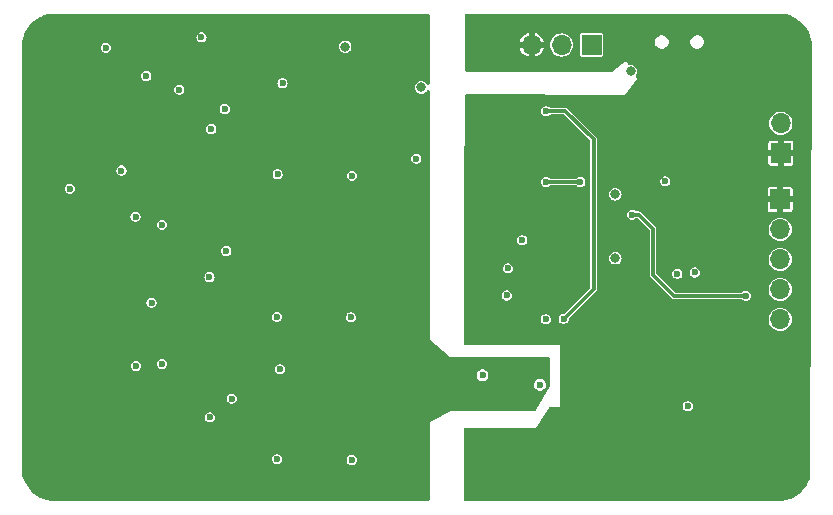
<source format=gbr>
%TF.GenerationSoftware,KiCad,Pcbnew,8.0.9-8.0.9-0~ubuntu24.04.1*%
%TF.CreationDate,2025-08-06T19:27:29-03:00*%
%TF.ProjectId,eeg,6565672e-6b69-4636-9164-5f7063625858,rev?*%
%TF.SameCoordinates,Original*%
%TF.FileFunction,Copper,L3,Inr*%
%TF.FilePolarity,Positive*%
%FSLAX46Y46*%
G04 Gerber Fmt 4.6, Leading zero omitted, Abs format (unit mm)*
G04 Created by KiCad (PCBNEW 8.0.9-8.0.9-0~ubuntu24.04.1) date 2025-08-06 19:27:30*
%MOMM*%
%LPD*%
G01*
G04 APERTURE LIST*
%TA.AperFunction,ComponentPad*%
%ADD10C,3.800000*%
%TD*%
%TA.AperFunction,ComponentPad*%
%ADD11R,1.700000X1.700000*%
%TD*%
%TA.AperFunction,ComponentPad*%
%ADD12O,1.700000X1.700000*%
%TD*%
%TA.AperFunction,ViaPad*%
%ADD13C,0.600000*%
%TD*%
%TA.AperFunction,ViaPad*%
%ADD14C,0.800000*%
%TD*%
%TA.AperFunction,Conductor*%
%ADD15C,0.300000*%
%TD*%
G04 APERTURE END LIST*
D10*
%TO.N,GND*%
%TO.C,H3*%
X207080000Y-55560000D03*
%TD*%
D11*
%TO.N,MCU_RX*%
%TO.C,J4*%
X191250000Y-55400000D03*
D12*
%TO.N,MCU_TX*%
X188710000Y-55400000D03*
%TO.N,GND*%
X186170000Y-55400000D03*
%TD*%
D10*
%TO.N,GNDA*%
%TO.C,H1*%
X145810000Y-55560000D03*
%TD*%
D11*
%TO.N,GND*%
%TO.C,J1*%
X207270000Y-64560000D03*
D12*
%TO.N,VIN_SWT*%
X207270000Y-62020000D03*
%TD*%
D11*
%TO.N,GND*%
%TO.C,J2*%
X207210000Y-68465000D03*
D12*
%TO.N,SWCLK*%
X207210000Y-71005000D03*
%TO.N,SWDIO*%
X207210000Y-73545000D03*
%TO.N,SWO*%
X207210000Y-76085000D03*
%TO.N,VDD33*%
X207210000Y-78625000D03*
%TD*%
D10*
%TO.N,GNDA*%
%TO.C,H2*%
X145796000Y-91186000D03*
%TD*%
%TO.N,GND*%
%TO.C,H4*%
X207080000Y-91186000D03*
%TD*%
D13*
%TO.N,GND*%
X209000000Y-89000000D03*
X209000000Y-87500000D03*
X209000000Y-86000000D03*
X209000000Y-84500000D03*
X209000000Y-83000000D03*
X209000000Y-81500000D03*
X209000000Y-80000000D03*
X209000000Y-78500000D03*
X209000000Y-77000000D03*
X209000000Y-75500000D03*
X209000000Y-74000000D03*
X209000000Y-72500000D03*
X209000000Y-71000000D03*
X209000000Y-69500000D03*
X209000000Y-68000000D03*
X209000000Y-66500000D03*
X209000000Y-65000000D03*
X209000000Y-63500000D03*
X209000000Y-62000000D03*
X209000000Y-60500000D03*
X209000000Y-59000000D03*
X209000000Y-57500000D03*
X207500000Y-87500000D03*
X207500000Y-86000000D03*
X207500000Y-80000000D03*
X207500000Y-66500000D03*
X207500000Y-59000000D03*
X206000000Y-87500000D03*
X206000000Y-86000000D03*
X206000000Y-80000000D03*
X206000000Y-72500000D03*
X206000000Y-66500000D03*
X204500000Y-92000000D03*
X204500000Y-90500000D03*
X204500000Y-89000000D03*
X204500000Y-87500000D03*
X204500000Y-86000000D03*
X204500000Y-80000000D03*
X204500000Y-74000000D03*
X204500000Y-72500000D03*
X204500000Y-69500000D03*
X204500000Y-68000000D03*
X204500000Y-66500000D03*
X204500000Y-65000000D03*
X204500000Y-63500000D03*
X204500000Y-62000000D03*
X204500000Y-60500000D03*
X204500000Y-57500000D03*
X204500000Y-56000000D03*
X204500000Y-54500000D03*
X203000000Y-92000000D03*
X203000000Y-90500000D03*
X203000000Y-89000000D03*
X203000000Y-87500000D03*
X203000000Y-86000000D03*
X203000000Y-80000000D03*
X203000000Y-72500000D03*
X203000000Y-71000000D03*
X203000000Y-68000000D03*
X203000000Y-66500000D03*
X203000000Y-65000000D03*
X203000000Y-62000000D03*
X203000000Y-60500000D03*
X203000000Y-57500000D03*
X201500000Y-92000000D03*
X201500000Y-90500000D03*
X201500000Y-89000000D03*
X201500000Y-87500000D03*
X201500000Y-68000000D03*
X201500000Y-66500000D03*
X201500000Y-65000000D03*
X201500000Y-62000000D03*
X201500000Y-60500000D03*
X200000000Y-92000000D03*
X200000000Y-68000000D03*
X200000000Y-66500000D03*
X200000000Y-65000000D03*
X200000000Y-62000000D03*
X200000000Y-60500000D03*
X200000000Y-57500000D03*
X198500000Y-92000000D03*
X198500000Y-69500000D03*
X198500000Y-65000000D03*
X198500000Y-62000000D03*
X198500000Y-60500000D03*
X198500000Y-54500000D03*
X197000000Y-92000000D03*
X197000000Y-90500000D03*
X197000000Y-89000000D03*
X197000000Y-86000000D03*
X197000000Y-84500000D03*
X197000000Y-83000000D03*
X197000000Y-81500000D03*
X197000000Y-80000000D03*
X197000000Y-78500000D03*
X197000000Y-69500000D03*
X197000000Y-62000000D03*
X197000000Y-60500000D03*
X195500000Y-86000000D03*
X195500000Y-84500000D03*
X195500000Y-81500000D03*
X195500000Y-80000000D03*
X195500000Y-78500000D03*
X195500000Y-77000000D03*
X195500000Y-68000000D03*
X195500000Y-66500000D03*
X194000000Y-86000000D03*
X194000000Y-84500000D03*
X194000000Y-81500000D03*
X194000000Y-80000000D03*
X194000000Y-78500000D03*
X194000000Y-77000000D03*
X194000000Y-75500000D03*
X194000000Y-62000000D03*
X194000000Y-60500000D03*
X194000000Y-55540000D03*
X194000000Y-54040000D03*
X192500000Y-86000000D03*
X192500000Y-84500000D03*
X192500000Y-80000000D03*
X192500000Y-78500000D03*
X192500000Y-77000000D03*
X192500000Y-75500000D03*
X192500000Y-62000000D03*
X192500000Y-60500000D03*
X192500000Y-57040000D03*
X191000000Y-86000000D03*
X191000000Y-81500000D03*
X191000000Y-80000000D03*
X191000000Y-78500000D03*
X191000000Y-60500000D03*
X189500000Y-92000000D03*
X189500000Y-90500000D03*
X189500000Y-89000000D03*
X189500000Y-83000000D03*
X189500000Y-81500000D03*
X189500000Y-80000000D03*
X189500000Y-74000000D03*
X189500000Y-57040000D03*
X188000000Y-92000000D03*
X188000000Y-75500000D03*
X188000000Y-74000000D03*
X186500000Y-92000000D03*
X186500000Y-90500000D03*
X186500000Y-89000000D03*
X186500000Y-65000000D03*
X186500000Y-63500000D03*
X186500000Y-57040000D03*
X185000000Y-92000000D03*
X185000000Y-90500000D03*
X185000000Y-89000000D03*
X185000000Y-63500000D03*
X185000000Y-57040000D03*
X183500000Y-92000000D03*
X183500000Y-90500000D03*
X183500000Y-89000000D03*
X183500000Y-63500000D03*
X183500000Y-62000000D03*
X183500000Y-60500000D03*
X183500000Y-57040000D03*
X183500000Y-55540000D03*
X183500000Y-54040000D03*
X182000000Y-92000000D03*
X182000000Y-75500000D03*
X182000000Y-74000000D03*
X182000000Y-72500000D03*
X182000000Y-71000000D03*
X182000000Y-69500000D03*
X182000000Y-68000000D03*
X182000000Y-63500000D03*
X182000000Y-57040000D03*
X182000000Y-55540000D03*
X182000000Y-54040000D03*
%TO.N,VDD33*%
X197490000Y-66950000D03*
X185380000Y-71930000D03*
%TO.N,SWO*%
X194680000Y-69760000D03*
X204300000Y-76640000D03*
%TO.N,VDD33*%
X199380000Y-85980000D03*
D14*
X193260000Y-73450000D03*
X193250000Y-68040000D03*
D13*
%TO.N,GND*%
X195060000Y-83270000D03*
D14*
X181230000Y-89310000D03*
D13*
%TO.N,RESET*%
X187400000Y-61005000D03*
X188881000Y-78581000D03*
%TO.N,BOOT*%
X190290000Y-67000000D03*
X187390000Y-67000000D03*
%TO.N,VREF*%
X154860000Y-70610000D03*
X158210000Y-54760000D03*
X151440000Y-66030000D03*
X165080000Y-58640000D03*
X153990000Y-77220000D03*
X156337000Y-59182000D03*
X150114000Y-55626000D03*
X164620000Y-90470000D03*
X154880000Y-82410000D03*
X147066000Y-67564000D03*
X186875331Y-84175331D03*
X164660000Y-66350000D03*
X164610000Y-78410000D03*
X164860000Y-82850000D03*
%TO.N,VDDA33*%
X159040000Y-62520000D03*
X160180000Y-60830000D03*
X160320000Y-72840000D03*
X158890000Y-75050000D03*
X182010000Y-83350000D03*
X170930000Y-90530000D03*
X152630000Y-69930000D03*
D14*
X170380000Y-55540000D03*
D13*
X152660000Y-82570000D03*
X170960000Y-66470000D03*
X160770000Y-85340000D03*
X153540000Y-58020000D03*
X170860000Y-78460000D03*
X158910000Y-86930000D03*
%TO.N,VDD33*%
X187360000Y-78630000D03*
X184150000Y-74320000D03*
X184060000Y-76610000D03*
D14*
%TO.N,VIN_BAT*%
X176830000Y-59000000D03*
X194560000Y-57600000D03*
D13*
X176403000Y-65024000D03*
%TO.N,GNDA*%
X150020000Y-81440000D03*
X168530000Y-63150000D03*
X165800000Y-81600000D03*
X175420000Y-53500000D03*
X158380000Y-76650000D03*
X170340000Y-53500000D03*
X152560000Y-53500000D03*
X160180000Y-53500000D03*
X167800000Y-53500000D03*
X168270000Y-75210000D03*
X175700000Y-82800000D03*
X153280000Y-73590000D03*
X150020000Y-89060000D03*
X172880000Y-58580000D03*
X150020000Y-53500000D03*
X172880000Y-53500000D03*
X175420000Y-76360000D03*
X165860000Y-61740000D03*
X181910000Y-82240000D03*
X165660000Y-79060000D03*
X167800000Y-61120000D03*
X152560000Y-91600000D03*
X162720000Y-53500000D03*
X175420000Y-71280000D03*
X165710000Y-67300000D03*
X169300000Y-79300000D03*
X150020000Y-68740000D03*
X164620000Y-74225000D03*
X155360000Y-89570000D03*
X175420000Y-73820000D03*
X173780000Y-90060000D03*
X175420000Y-78900000D03*
X160020000Y-56250000D03*
D14*
X176670000Y-89320000D03*
D13*
X175420000Y-91600000D03*
X150020000Y-78900000D03*
X165350000Y-89890000D03*
X175420000Y-68740000D03*
X162720000Y-86520000D03*
X177960000Y-81440000D03*
X172880000Y-91600000D03*
X150020000Y-91600000D03*
X168460000Y-87260000D03*
X165880000Y-69500000D03*
X158330000Y-64640000D03*
X165260000Y-53500000D03*
X177960000Y-86520000D03*
X158410000Y-88420000D03*
%TO.N,VCAP*%
X198500000Y-74770000D03*
X199972000Y-74660000D03*
%TO.N,GNDA*%
X174000000Y-88000000D03*
X172000000Y-70000000D03*
X172000000Y-68000000D03*
X170000000Y-92000000D03*
X170000000Y-82000000D03*
X170000000Y-70000000D03*
X170000000Y-68000000D03*
X170000000Y-58000000D03*
X166000000Y-86000000D03*
X166000000Y-66000000D03*
X164000000Y-86000000D03*
X162000000Y-74000000D03*
X158000000Y-80000000D03*
X158000000Y-68000000D03*
X156000000Y-80000000D03*
X156000000Y-78000000D03*
X156000000Y-68000000D03*
X156000000Y-66000000D03*
X152000000Y-90000000D03*
X152000000Y-68000000D03*
X150000000Y-70000000D03*
X148000000Y-88000000D03*
X148000000Y-82000000D03*
X148000000Y-80000000D03*
X148000000Y-78000000D03*
X148000000Y-76000000D03*
X148000000Y-70000000D03*
X148000000Y-66000000D03*
X148000000Y-64000000D03*
X148000000Y-58000000D03*
X148000000Y-54000000D03*
%TO.N,GND*%
X206000000Y-84000000D03*
X206000000Y-82000000D03*
X206000000Y-70000000D03*
X204000000Y-84000000D03*
X204000000Y-82000000D03*
X200000000Y-54000000D03*
X196000000Y-54000000D03*
X192000000Y-54000000D03*
X190000000Y-76000000D03*
X190000000Y-64000000D03*
X190000000Y-54000000D03*
X188000000Y-54000000D03*
X186000000Y-54000000D03*
X182140000Y-88510000D03*
%TD*%
D15*
%TO.N,SWO*%
X194680000Y-69760000D02*
X195260000Y-69760000D01*
X195260000Y-69760000D02*
X196440000Y-70940000D01*
X196440000Y-70940000D02*
X196440000Y-74840000D01*
X196440000Y-74840000D02*
X198240000Y-76640000D01*
X198240000Y-76640000D02*
X204300000Y-76640000D01*
%TO.N,RESET*%
X189035000Y-61005000D02*
X187400000Y-61005000D01*
X191410000Y-63380000D02*
X189035000Y-61005000D01*
X191410000Y-76052000D02*
X191410000Y-63380000D01*
X188881000Y-78581000D02*
X191410000Y-76052000D01*
%TO.N,BOOT*%
X190290000Y-67000000D02*
X187390000Y-67000000D01*
%TD*%
%TA.AperFunction,Conductor*%
%TO.N,GNDA*%
G36*
X177370000Y-86350000D02*
G01*
X179300524Y-86352105D01*
X177521249Y-87284106D01*
X177521249Y-87284107D01*
X177300000Y-87400000D01*
X177300000Y-86300000D01*
X177370667Y-86300000D01*
X177370000Y-86350000D01*
G37*
%TD.AperFunction*%
%TD*%
%TA.AperFunction,Conductor*%
%TO.N,GND*%
G36*
X207083471Y-52740695D02*
G01*
X207125848Y-52743074D01*
X207388738Y-52757837D01*
X207402541Y-52759393D01*
X207700530Y-52810024D01*
X207714087Y-52813118D01*
X208004533Y-52896794D01*
X208017657Y-52901387D01*
X208296899Y-53017052D01*
X208309421Y-53023081D01*
X208512943Y-53135564D01*
X208573968Y-53169292D01*
X208585742Y-53176690D01*
X208832248Y-53351595D01*
X208843120Y-53360265D01*
X209068495Y-53561671D01*
X209078328Y-53571504D01*
X209279734Y-53796879D01*
X209288404Y-53807751D01*
X209463309Y-54054257D01*
X209470707Y-54066031D01*
X209616914Y-54330571D01*
X209622947Y-54343100D01*
X209738612Y-54622342D01*
X209743205Y-54635466D01*
X209826881Y-54925912D01*
X209829975Y-54939469D01*
X209867280Y-55159029D01*
X209869031Y-55180177D01*
X209757085Y-91996626D01*
X209752240Y-92030576D01*
X209729206Y-92110530D01*
X209724613Y-92123656D01*
X209608947Y-92402900D01*
X209602914Y-92415428D01*
X209456707Y-92679968D01*
X209449309Y-92691742D01*
X209274404Y-92938248D01*
X209265734Y-92949120D01*
X209064328Y-93174495D01*
X209054495Y-93184328D01*
X208829120Y-93385734D01*
X208818248Y-93394404D01*
X208571742Y-93569309D01*
X208559968Y-93576707D01*
X208295428Y-93722914D01*
X208282899Y-93728947D01*
X208003657Y-93844612D01*
X207990533Y-93849205D01*
X207700087Y-93932881D01*
X207686530Y-93935975D01*
X207388549Y-93986605D01*
X207374730Y-93988162D01*
X207069472Y-94005304D01*
X207062500Y-94005499D01*
X180545355Y-94001171D01*
X180478319Y-93981475D01*
X180432572Y-93928664D01*
X180421377Y-93876799D01*
X180439621Y-87911849D01*
X180459510Y-87844871D01*
X180512454Y-87799278D01*
X180563820Y-87788229D01*
X186520000Y-87798026D01*
X187435019Y-86372864D01*
X187613400Y-86095032D01*
X187666184Y-86049254D01*
X187717745Y-86038026D01*
X188600000Y-86038026D01*
X188600000Y-85980000D01*
X198948104Y-85980000D01*
X198965598Y-86101678D01*
X198965599Y-86101682D01*
X199016665Y-86213499D01*
X199016666Y-86213501D01*
X199097168Y-86306405D01*
X199200584Y-86372866D01*
X199318535Y-86407500D01*
X199441465Y-86407500D01*
X199559416Y-86372866D01*
X199662832Y-86306405D01*
X199743334Y-86213501D01*
X199794401Y-86101679D01*
X199811896Y-85980000D01*
X199794401Y-85858321D01*
X199794400Y-85858317D01*
X199743334Y-85746500D01*
X199743334Y-85746499D01*
X199662832Y-85653595D01*
X199559416Y-85587134D01*
X199441465Y-85552500D01*
X199318535Y-85552500D01*
X199200584Y-85587134D01*
X199200582Y-85587134D01*
X199200582Y-85587135D01*
X199097169Y-85653594D01*
X199016667Y-85746497D01*
X199016665Y-85746500D01*
X198965599Y-85858317D01*
X198965598Y-85858321D01*
X198948104Y-85980000D01*
X188600000Y-85980000D01*
X188600000Y-80767026D01*
X188599999Y-80767025D01*
X180544712Y-80776873D01*
X180477648Y-80757270D01*
X180431829Y-80704522D01*
X180420561Y-80652315D01*
X180425350Y-79588356D01*
X180429663Y-78630000D01*
X186928104Y-78630000D01*
X186945598Y-78751678D01*
X186945599Y-78751682D01*
X186996665Y-78863499D01*
X186996666Y-78863501D01*
X187077168Y-78956405D01*
X187180584Y-79022866D01*
X187298535Y-79057500D01*
X187421465Y-79057500D01*
X187539416Y-79022866D01*
X187642832Y-78956405D01*
X187723334Y-78863501D01*
X187774401Y-78751679D01*
X187791896Y-78630000D01*
X187774401Y-78508321D01*
X187774400Y-78508317D01*
X187723334Y-78396500D01*
X187723334Y-78396499D01*
X187642832Y-78303595D01*
X187539416Y-78237134D01*
X187421465Y-78202500D01*
X187298535Y-78202500D01*
X187180584Y-78237134D01*
X187180582Y-78237134D01*
X187180582Y-78237135D01*
X187077169Y-78303594D01*
X186996667Y-78396497D01*
X186996665Y-78396500D01*
X186945599Y-78508317D01*
X186945598Y-78508321D01*
X186928104Y-78630000D01*
X180429663Y-78630000D01*
X180438755Y-76610000D01*
X183628104Y-76610000D01*
X183645598Y-76731678D01*
X183645599Y-76731682D01*
X183679561Y-76806047D01*
X183696666Y-76843501D01*
X183777168Y-76936405D01*
X183880584Y-77002866D01*
X183998535Y-77037500D01*
X184121465Y-77037500D01*
X184239416Y-77002866D01*
X184342832Y-76936405D01*
X184423334Y-76843501D01*
X184474401Y-76731679D01*
X184491896Y-76610000D01*
X184474401Y-76488321D01*
X184474400Y-76488317D01*
X184437034Y-76406499D01*
X184423334Y-76376499D01*
X184342832Y-76283595D01*
X184239416Y-76217134D01*
X184121465Y-76182500D01*
X183998535Y-76182500D01*
X183880584Y-76217134D01*
X183880582Y-76217134D01*
X183880582Y-76217135D01*
X183777169Y-76283594D01*
X183696667Y-76376497D01*
X183696665Y-76376500D01*
X183645599Y-76488317D01*
X183645598Y-76488321D01*
X183628104Y-76610000D01*
X180438755Y-76610000D01*
X180449062Y-74320000D01*
X183718104Y-74320000D01*
X183735598Y-74441678D01*
X183735599Y-74441682D01*
X183786665Y-74553499D01*
X183786666Y-74553501D01*
X183867168Y-74646405D01*
X183970584Y-74712866D01*
X184088535Y-74747500D01*
X184211465Y-74747500D01*
X184329416Y-74712866D01*
X184432832Y-74646405D01*
X184513334Y-74553501D01*
X184563526Y-74443595D01*
X184564400Y-74441682D01*
X184564401Y-74441678D01*
X184566583Y-74426500D01*
X184581896Y-74320000D01*
X184564401Y-74198321D01*
X184564400Y-74198317D01*
X184515252Y-74090699D01*
X184513334Y-74086499D01*
X184432832Y-73993595D01*
X184329416Y-73927134D01*
X184211465Y-73892500D01*
X184088535Y-73892500D01*
X183970584Y-73927134D01*
X183970582Y-73927134D01*
X183970582Y-73927135D01*
X183867169Y-73993594D01*
X183786667Y-74086497D01*
X183786665Y-74086500D01*
X183735599Y-74198317D01*
X183735598Y-74198321D01*
X183718104Y-74320000D01*
X180449062Y-74320000D01*
X180459819Y-71930000D01*
X184948104Y-71930000D01*
X184965598Y-72051678D01*
X184965599Y-72051682D01*
X185016665Y-72163499D01*
X185016666Y-72163501D01*
X185097168Y-72256405D01*
X185200584Y-72322866D01*
X185318535Y-72357500D01*
X185441465Y-72357500D01*
X185559416Y-72322866D01*
X185662832Y-72256405D01*
X185743334Y-72163501D01*
X185794401Y-72051679D01*
X185811896Y-71930000D01*
X185794401Y-71808321D01*
X185794400Y-71808317D01*
X185743334Y-71696500D01*
X185743334Y-71696499D01*
X185662832Y-71603595D01*
X185559416Y-71537134D01*
X185441465Y-71502500D01*
X185318535Y-71502500D01*
X185200584Y-71537134D01*
X185200582Y-71537134D01*
X185200582Y-71537135D01*
X185097169Y-71603594D01*
X185016667Y-71696497D01*
X185016665Y-71696500D01*
X184965599Y-71808317D01*
X184965598Y-71808321D01*
X184948104Y-71930000D01*
X180459819Y-71930000D01*
X180482008Y-67000000D01*
X186958104Y-67000000D01*
X186975598Y-67121678D01*
X186975599Y-67121682D01*
X187003832Y-67183502D01*
X187026666Y-67233501D01*
X187107168Y-67326405D01*
X187210584Y-67392866D01*
X187328535Y-67427500D01*
X187451465Y-67427500D01*
X187569416Y-67392866D01*
X187672832Y-67326405D01*
X187678126Y-67320296D01*
X187736904Y-67282523D01*
X187771838Y-67277500D01*
X189908162Y-67277500D01*
X189975201Y-67297185D01*
X190001874Y-67320296D01*
X190007168Y-67326405D01*
X190110584Y-67392866D01*
X190228535Y-67427500D01*
X190351465Y-67427500D01*
X190469416Y-67392866D01*
X190572832Y-67326405D01*
X190653334Y-67233501D01*
X190704401Y-67121679D01*
X190721896Y-67000000D01*
X190704401Y-66878321D01*
X190704400Y-66878317D01*
X190653334Y-66766500D01*
X190653334Y-66766499D01*
X190572832Y-66673595D01*
X190469416Y-66607134D01*
X190351465Y-66572500D01*
X190228535Y-66572500D01*
X190110584Y-66607134D01*
X190110582Y-66607134D01*
X190110582Y-66607135D01*
X190007168Y-66673594D01*
X190007165Y-66673597D01*
X190001874Y-66679704D01*
X189943096Y-66717477D01*
X189908162Y-66722500D01*
X187771838Y-66722500D01*
X187704799Y-66702815D01*
X187678126Y-66679704D01*
X187672834Y-66673597D01*
X187672831Y-66673594D01*
X187595028Y-66623594D01*
X187569416Y-66607134D01*
X187451465Y-66572500D01*
X187328535Y-66572500D01*
X187210584Y-66607134D01*
X187210582Y-66607134D01*
X187210582Y-66607135D01*
X187107169Y-66673594D01*
X187026667Y-66766497D01*
X187026665Y-66766500D01*
X186975599Y-66878317D01*
X186975598Y-66878321D01*
X186958104Y-67000000D01*
X180482008Y-67000000D01*
X180508990Y-61005000D01*
X186968104Y-61005000D01*
X186985598Y-61126678D01*
X186985599Y-61126682D01*
X187020591Y-61203302D01*
X187036666Y-61238501D01*
X187117168Y-61331405D01*
X187220584Y-61397866D01*
X187338535Y-61432500D01*
X187461465Y-61432500D01*
X187579416Y-61397866D01*
X187682832Y-61331405D01*
X187685858Y-61327911D01*
X187688126Y-61325296D01*
X187746904Y-61287523D01*
X187781838Y-61282500D01*
X188868693Y-61282500D01*
X188935732Y-61302185D01*
X188956374Y-61318819D01*
X191096181Y-63458625D01*
X191129666Y-63519948D01*
X191132500Y-63546306D01*
X191132500Y-75885693D01*
X191112815Y-75952732D01*
X191096181Y-75973374D01*
X188952374Y-78117181D01*
X188891051Y-78150666D01*
X188864693Y-78153500D01*
X188819535Y-78153500D01*
X188701584Y-78188134D01*
X188701582Y-78188134D01*
X188701582Y-78188135D01*
X188598169Y-78254594D01*
X188517667Y-78347497D01*
X188517665Y-78347500D01*
X188466599Y-78459317D01*
X188466598Y-78459321D01*
X188449104Y-78581000D01*
X188466598Y-78702678D01*
X188466599Y-78702682D01*
X188517665Y-78814499D01*
X188517666Y-78814501D01*
X188598168Y-78907405D01*
X188701584Y-78973866D01*
X188819535Y-79008500D01*
X188942465Y-79008500D01*
X189060416Y-78973866D01*
X189163832Y-78907405D01*
X189244334Y-78814501D01*
X189295401Y-78702679D01*
X189306570Y-78625000D01*
X206227770Y-78625000D01*
X206246643Y-78816626D01*
X206302538Y-79000884D01*
X206393302Y-79170692D01*
X206393306Y-79170699D01*
X206515458Y-79319541D01*
X206664300Y-79441693D01*
X206664307Y-79441697D01*
X206834115Y-79532461D01*
X206834117Y-79532462D01*
X207018376Y-79588357D01*
X207210000Y-79607230D01*
X207401624Y-79588357D01*
X207585883Y-79532462D01*
X207755698Y-79441694D01*
X207904541Y-79319541D01*
X208026694Y-79170698D01*
X208117462Y-79000883D01*
X208173357Y-78816624D01*
X208192230Y-78625000D01*
X208173357Y-78433376D01*
X208117462Y-78249117D01*
X208117461Y-78249115D01*
X208026697Y-78079307D01*
X208026693Y-78079300D01*
X207904541Y-77930458D01*
X207755699Y-77808306D01*
X207755692Y-77808302D01*
X207585884Y-77717538D01*
X207401626Y-77661643D01*
X207210000Y-77642770D01*
X207018373Y-77661643D01*
X206834115Y-77717538D01*
X206664307Y-77808302D01*
X206664300Y-77808306D01*
X206515458Y-77930458D01*
X206393306Y-78079300D01*
X206393302Y-78079307D01*
X206302538Y-78249115D01*
X206246643Y-78433373D01*
X206227770Y-78625000D01*
X189306570Y-78625000D01*
X189312896Y-78581000D01*
X189312895Y-78580998D01*
X189313647Y-78575773D01*
X189342672Y-78512218D01*
X189348690Y-78505753D01*
X191632056Y-76222389D01*
X191668589Y-76159111D01*
X191687500Y-76088534D01*
X191687500Y-76015466D01*
X191687500Y-73449998D01*
X192727948Y-73449998D01*
X192727948Y-73450001D01*
X192746076Y-73587703D01*
X192746078Y-73587708D01*
X192799227Y-73716023D01*
X192799228Y-73716025D01*
X192799229Y-73716026D01*
X192883782Y-73826218D01*
X192993974Y-73910771D01*
X192993975Y-73910771D01*
X192993976Y-73910772D01*
X193018389Y-73920884D01*
X193122295Y-73963923D01*
X193191147Y-73972987D01*
X193259999Y-73982052D01*
X193260000Y-73982052D01*
X193260001Y-73982052D01*
X193305901Y-73976009D01*
X193397705Y-73963923D01*
X193526026Y-73910771D01*
X193636218Y-73826218D01*
X193720771Y-73716026D01*
X193773923Y-73587705D01*
X193792052Y-73450000D01*
X193773923Y-73312295D01*
X193720771Y-73183974D01*
X193636218Y-73073782D01*
X193526026Y-72989229D01*
X193526025Y-72989228D01*
X193526023Y-72989227D01*
X193397708Y-72936078D01*
X193397703Y-72936076D01*
X193260001Y-72917948D01*
X193259999Y-72917948D01*
X193122296Y-72936076D01*
X193122291Y-72936078D01*
X192993976Y-72989227D01*
X192883782Y-73073782D01*
X192799227Y-73183976D01*
X192746078Y-73312291D01*
X192746076Y-73312296D01*
X192727948Y-73449998D01*
X191687500Y-73449998D01*
X191687500Y-69760000D01*
X194248104Y-69760000D01*
X194265598Y-69881678D01*
X194265599Y-69881682D01*
X194316665Y-69993499D01*
X194316666Y-69993501D01*
X194397168Y-70086405D01*
X194500584Y-70152866D01*
X194618535Y-70187500D01*
X194741465Y-70187500D01*
X194859416Y-70152866D01*
X194962832Y-70086405D01*
X194968126Y-70080296D01*
X195026904Y-70042523D01*
X195061838Y-70037500D01*
X195093693Y-70037500D01*
X195160732Y-70057185D01*
X195181374Y-70073819D01*
X196126181Y-71018626D01*
X196159666Y-71079949D01*
X196162500Y-71106307D01*
X196162500Y-74795853D01*
X196162499Y-74795871D01*
X196162499Y-74876536D01*
X196181408Y-74947104D01*
X196181411Y-74947111D01*
X196217943Y-75010388D01*
X196217945Y-75010390D01*
X198013603Y-76806047D01*
X198013613Y-76806058D01*
X198017943Y-76810388D01*
X198017944Y-76810389D01*
X198069611Y-76862056D01*
X198132889Y-76898589D01*
X198203466Y-76917500D01*
X203918162Y-76917500D01*
X203985201Y-76937185D01*
X204011874Y-76960296D01*
X204017168Y-76966405D01*
X204120584Y-77032866D01*
X204238535Y-77067500D01*
X204361465Y-77067500D01*
X204479416Y-77032866D01*
X204582832Y-76966405D01*
X204663334Y-76873501D01*
X204714401Y-76761679D01*
X204731896Y-76640000D01*
X204714401Y-76518321D01*
X204714400Y-76518317D01*
X204663334Y-76406500D01*
X204663334Y-76406499D01*
X204582832Y-76313595D01*
X204479416Y-76247134D01*
X204361465Y-76212500D01*
X204238535Y-76212500D01*
X204120584Y-76247134D01*
X204120582Y-76247134D01*
X204120582Y-76247135D01*
X204017168Y-76313594D01*
X204017165Y-76313597D01*
X204011874Y-76319704D01*
X203953096Y-76357477D01*
X203918162Y-76362500D01*
X198406306Y-76362500D01*
X198339267Y-76342815D01*
X198318625Y-76326181D01*
X198077444Y-76085000D01*
X206227770Y-76085000D01*
X206246643Y-76276626D01*
X206302538Y-76460884D01*
X206393302Y-76630692D01*
X206393306Y-76630699D01*
X206515458Y-76779541D01*
X206664300Y-76901693D01*
X206664307Y-76901697D01*
X206785362Y-76966402D01*
X206834117Y-76992462D01*
X207018376Y-77048357D01*
X207210000Y-77067230D01*
X207401624Y-77048357D01*
X207585883Y-76992462D01*
X207755698Y-76901694D01*
X207904541Y-76779541D01*
X208026694Y-76630698D01*
X208117462Y-76460883D01*
X208173357Y-76276624D01*
X208192230Y-76085000D01*
X208173357Y-75893376D01*
X208117462Y-75709117D01*
X208026694Y-75539302D01*
X208026693Y-75539300D01*
X207904541Y-75390458D01*
X207755699Y-75268306D01*
X207755692Y-75268302D01*
X207585884Y-75177538D01*
X207401626Y-75121643D01*
X207210000Y-75102770D01*
X207018373Y-75121643D01*
X206834115Y-75177538D01*
X206664307Y-75268302D01*
X206664300Y-75268306D01*
X206515458Y-75390458D01*
X206393306Y-75539300D01*
X206393302Y-75539307D01*
X206302538Y-75709115D01*
X206246643Y-75893373D01*
X206227770Y-76085000D01*
X198077444Y-76085000D01*
X196762445Y-74770000D01*
X198068104Y-74770000D01*
X198085598Y-74891678D01*
X198085599Y-74891682D01*
X198136665Y-75003499D01*
X198136666Y-75003501D01*
X198217168Y-75096405D01*
X198320584Y-75162866D01*
X198438535Y-75197500D01*
X198561465Y-75197500D01*
X198679416Y-75162866D01*
X198782832Y-75096405D01*
X198863334Y-75003501D01*
X198899676Y-74923922D01*
X198914400Y-74891682D01*
X198914401Y-74891678D01*
X198916578Y-74876536D01*
X198931896Y-74770000D01*
X198916080Y-74660000D01*
X199540104Y-74660000D01*
X199557598Y-74781678D01*
X199557599Y-74781682D01*
X199600917Y-74876534D01*
X199608666Y-74893501D01*
X199689168Y-74986405D01*
X199792584Y-75052866D01*
X199910535Y-75087500D01*
X200033465Y-75087500D01*
X200151416Y-75052866D01*
X200254832Y-74986405D01*
X200335334Y-74893501D01*
X200386401Y-74781679D01*
X200403896Y-74660000D01*
X200386401Y-74538321D01*
X200386400Y-74538317D01*
X200335334Y-74426500D01*
X200335334Y-74426499D01*
X200254832Y-74333595D01*
X200151416Y-74267134D01*
X200033465Y-74232500D01*
X199910535Y-74232500D01*
X199792584Y-74267134D01*
X199792582Y-74267134D01*
X199792582Y-74267135D01*
X199689169Y-74333594D01*
X199608667Y-74426497D01*
X199608665Y-74426500D01*
X199557599Y-74538317D01*
X199557598Y-74538321D01*
X199540104Y-74660000D01*
X198916080Y-74660000D01*
X198914401Y-74648321D01*
X198914400Y-74648317D01*
X198871098Y-74553501D01*
X198863334Y-74536499D01*
X198782832Y-74443595D01*
X198679416Y-74377134D01*
X198561465Y-74342500D01*
X198438535Y-74342500D01*
X198320584Y-74377134D01*
X198320582Y-74377134D01*
X198320582Y-74377135D01*
X198217169Y-74443594D01*
X198136667Y-74536497D01*
X198136665Y-74536500D01*
X198085599Y-74648317D01*
X198085598Y-74648321D01*
X198068104Y-74770000D01*
X196762445Y-74770000D01*
X196753819Y-74761374D01*
X196720334Y-74700051D01*
X196717500Y-74673693D01*
X196717500Y-73545000D01*
X206227770Y-73545000D01*
X206246643Y-73736626D01*
X206302538Y-73920884D01*
X206393302Y-74090692D01*
X206393306Y-74090699D01*
X206515458Y-74239541D01*
X206664300Y-74361693D01*
X206664307Y-74361697D01*
X206813943Y-74441679D01*
X206834117Y-74452462D01*
X207018376Y-74508357D01*
X207210000Y-74527230D01*
X207401624Y-74508357D01*
X207585883Y-74452462D01*
X207755698Y-74361694D01*
X207904541Y-74239541D01*
X208026694Y-74090698D01*
X208117462Y-73920883D01*
X208173357Y-73736624D01*
X208192230Y-73545000D01*
X208173357Y-73353376D01*
X208117462Y-73169117D01*
X208117461Y-73169115D01*
X208026697Y-72999307D01*
X208026693Y-72999300D01*
X207904541Y-72850458D01*
X207755699Y-72728306D01*
X207755692Y-72728302D01*
X207585884Y-72637538D01*
X207401626Y-72581643D01*
X207210000Y-72562770D01*
X207018373Y-72581643D01*
X206834115Y-72637538D01*
X206664307Y-72728302D01*
X206664300Y-72728306D01*
X206515458Y-72850458D01*
X206393306Y-72999300D01*
X206393302Y-72999307D01*
X206302538Y-73169115D01*
X206246643Y-73353373D01*
X206227770Y-73545000D01*
X196717500Y-73545000D01*
X196717500Y-71005000D01*
X206227770Y-71005000D01*
X206246643Y-71196626D01*
X206302538Y-71380884D01*
X206393302Y-71550692D01*
X206393306Y-71550699D01*
X206515458Y-71699541D01*
X206664300Y-71821693D01*
X206664307Y-71821697D01*
X206834115Y-71912461D01*
X206834117Y-71912462D01*
X207018376Y-71968357D01*
X207210000Y-71987230D01*
X207401624Y-71968357D01*
X207585883Y-71912462D01*
X207755698Y-71821694D01*
X207904541Y-71699541D01*
X208026694Y-71550698D01*
X208117462Y-71380883D01*
X208173357Y-71196624D01*
X208192230Y-71005000D01*
X208173357Y-70813376D01*
X208117462Y-70629117D01*
X208026694Y-70459302D01*
X208026693Y-70459300D01*
X207904541Y-70310458D01*
X207755699Y-70188306D01*
X207755692Y-70188302D01*
X207585884Y-70097538D01*
X207401626Y-70041643D01*
X207210000Y-70022770D01*
X207018373Y-70041643D01*
X206834115Y-70097538D01*
X206664307Y-70188302D01*
X206664300Y-70188306D01*
X206515458Y-70310458D01*
X206393306Y-70459300D01*
X206393302Y-70459307D01*
X206302538Y-70629115D01*
X206246643Y-70813373D01*
X206227770Y-71005000D01*
X196717500Y-71005000D01*
X196717500Y-70986536D01*
X196717501Y-70986523D01*
X196717501Y-70903467D01*
X196717500Y-70903463D01*
X196698591Y-70832895D01*
X196698589Y-70832892D01*
X196698589Y-70832889D01*
X196662056Y-70769611D01*
X195430389Y-69537944D01*
X195430388Y-69537943D01*
X195367111Y-69501411D01*
X195367104Y-69501408D01*
X195296536Y-69482499D01*
X195296534Y-69482499D01*
X195223466Y-69482499D01*
X195215870Y-69482499D01*
X195215854Y-69482500D01*
X195061838Y-69482500D01*
X194994799Y-69462815D01*
X194968126Y-69439704D01*
X194962834Y-69433597D01*
X194962831Y-69433594D01*
X194899716Y-69393033D01*
X194859416Y-69367134D01*
X194741465Y-69332500D01*
X194618535Y-69332500D01*
X194500584Y-69367134D01*
X194500582Y-69367134D01*
X194500582Y-69367135D01*
X194397169Y-69433594D01*
X194316667Y-69526497D01*
X194316665Y-69526500D01*
X194265599Y-69638317D01*
X194265598Y-69638321D01*
X194248104Y-69760000D01*
X191687500Y-69760000D01*
X191687500Y-68039998D01*
X192717948Y-68039998D01*
X192717948Y-68040001D01*
X192736076Y-68177703D01*
X192736078Y-68177708D01*
X192789227Y-68306023D01*
X192789228Y-68306025D01*
X192789229Y-68306026D01*
X192873782Y-68416218D01*
X192983974Y-68500771D01*
X193112295Y-68553923D01*
X193181147Y-68562987D01*
X193249999Y-68572052D01*
X193250000Y-68572052D01*
X193250001Y-68572052D01*
X193295901Y-68566009D01*
X193387705Y-68553923D01*
X193516026Y-68500771D01*
X193626218Y-68416218D01*
X193710771Y-68306026D01*
X193763923Y-68177705D01*
X193782052Y-68040000D01*
X193763923Y-67902295D01*
X193710771Y-67773974D01*
X193626218Y-67663782D01*
X193536966Y-67595297D01*
X206160000Y-67595297D01*
X206160000Y-68215000D01*
X206776988Y-68215000D01*
X206744075Y-68272007D01*
X206710000Y-68399174D01*
X206710000Y-68530826D01*
X206744075Y-68657993D01*
X206776988Y-68715000D01*
X206160000Y-68715000D01*
X206160000Y-69334702D01*
X206171602Y-69393033D01*
X206171603Y-69393034D01*
X206215808Y-69459191D01*
X206281965Y-69503396D01*
X206281966Y-69503397D01*
X206340297Y-69514999D01*
X206340301Y-69515000D01*
X206960000Y-69515000D01*
X206960000Y-68898012D01*
X207017007Y-68930925D01*
X207144174Y-68965000D01*
X207275826Y-68965000D01*
X207402993Y-68930925D01*
X207460000Y-68898012D01*
X207460000Y-69515000D01*
X208079699Y-69515000D01*
X208079702Y-69514999D01*
X208138033Y-69503397D01*
X208138034Y-69503396D01*
X208204191Y-69459191D01*
X208248396Y-69393034D01*
X208248397Y-69393033D01*
X208259999Y-69334702D01*
X208260000Y-69334699D01*
X208260000Y-68715000D01*
X207643012Y-68715000D01*
X207675925Y-68657993D01*
X207710000Y-68530826D01*
X207710000Y-68399174D01*
X207675925Y-68272007D01*
X207643012Y-68215000D01*
X208260000Y-68215000D01*
X208260000Y-67595301D01*
X208259999Y-67595297D01*
X208248397Y-67536966D01*
X208248396Y-67536965D01*
X208204191Y-67470808D01*
X208138034Y-67426603D01*
X208138033Y-67426602D01*
X208079702Y-67415000D01*
X207460000Y-67415000D01*
X207460000Y-68031988D01*
X207402993Y-67999075D01*
X207275826Y-67965000D01*
X207144174Y-67965000D01*
X207017007Y-67999075D01*
X206960000Y-68031988D01*
X206960000Y-67415000D01*
X206340297Y-67415000D01*
X206281966Y-67426602D01*
X206281965Y-67426603D01*
X206215808Y-67470808D01*
X206171603Y-67536965D01*
X206171602Y-67536966D01*
X206160000Y-67595297D01*
X193536966Y-67595297D01*
X193516026Y-67579229D01*
X193516025Y-67579228D01*
X193516023Y-67579227D01*
X193387708Y-67526078D01*
X193387703Y-67526076D01*
X193250001Y-67507948D01*
X193249999Y-67507948D01*
X193112296Y-67526076D01*
X193112291Y-67526078D01*
X192983976Y-67579227D01*
X192873782Y-67663782D01*
X192789227Y-67773976D01*
X192736078Y-67902291D01*
X192736076Y-67902296D01*
X192717948Y-68039998D01*
X191687500Y-68039998D01*
X191687500Y-66950000D01*
X197058104Y-66950000D01*
X197075598Y-67071678D01*
X197075599Y-67071682D01*
X197098434Y-67121682D01*
X197126666Y-67183501D01*
X197207168Y-67276405D01*
X197310584Y-67342866D01*
X197428535Y-67377500D01*
X197551465Y-67377500D01*
X197669416Y-67342866D01*
X197772832Y-67276405D01*
X197853334Y-67183501D01*
X197904401Y-67071679D01*
X197921896Y-66950000D01*
X197904401Y-66828321D01*
X197904400Y-66828317D01*
X197871505Y-66756288D01*
X197853334Y-66716499D01*
X197772832Y-66623595D01*
X197669416Y-66557134D01*
X197551465Y-66522500D01*
X197428535Y-66522500D01*
X197310584Y-66557134D01*
X197310582Y-66557134D01*
X197310582Y-66557135D01*
X197207169Y-66623594D01*
X197126667Y-66716497D01*
X197126665Y-66716500D01*
X197075599Y-66828317D01*
X197075598Y-66828321D01*
X197058104Y-66950000D01*
X191687500Y-66950000D01*
X191687500Y-63690297D01*
X206220000Y-63690297D01*
X206220000Y-64310000D01*
X206836988Y-64310000D01*
X206804075Y-64367007D01*
X206770000Y-64494174D01*
X206770000Y-64625826D01*
X206804075Y-64752993D01*
X206836988Y-64810000D01*
X206220000Y-64810000D01*
X206220000Y-65429702D01*
X206231602Y-65488033D01*
X206231603Y-65488034D01*
X206275808Y-65554191D01*
X206341965Y-65598396D01*
X206341966Y-65598397D01*
X206400297Y-65609999D01*
X206400301Y-65610000D01*
X207020000Y-65610000D01*
X207020000Y-64993012D01*
X207077007Y-65025925D01*
X207204174Y-65060000D01*
X207335826Y-65060000D01*
X207462993Y-65025925D01*
X207520000Y-64993012D01*
X207520000Y-65610000D01*
X208139699Y-65610000D01*
X208139702Y-65609999D01*
X208198033Y-65598397D01*
X208198034Y-65598396D01*
X208264191Y-65554191D01*
X208308396Y-65488034D01*
X208308397Y-65488033D01*
X208319999Y-65429702D01*
X208320000Y-65429699D01*
X208320000Y-64810000D01*
X207703012Y-64810000D01*
X207735925Y-64752993D01*
X207770000Y-64625826D01*
X207770000Y-64494174D01*
X207735925Y-64367007D01*
X207703012Y-64310000D01*
X208320000Y-64310000D01*
X208320000Y-63690301D01*
X208319999Y-63690297D01*
X208308397Y-63631966D01*
X208308396Y-63631965D01*
X208264191Y-63565808D01*
X208198034Y-63521603D01*
X208198033Y-63521602D01*
X208139702Y-63510000D01*
X207520000Y-63510000D01*
X207520000Y-64126988D01*
X207462993Y-64094075D01*
X207335826Y-64060000D01*
X207204174Y-64060000D01*
X207077007Y-64094075D01*
X207020000Y-64126988D01*
X207020000Y-63510000D01*
X206400297Y-63510000D01*
X206341966Y-63521602D01*
X206341965Y-63521603D01*
X206275808Y-63565808D01*
X206231603Y-63631965D01*
X206231602Y-63631966D01*
X206220000Y-63690297D01*
X191687500Y-63690297D01*
X191687500Y-63343466D01*
X191668589Y-63272889D01*
X191632056Y-63209611D01*
X191580389Y-63157944D01*
X191580388Y-63157943D01*
X191576058Y-63153613D01*
X191576047Y-63153603D01*
X190442444Y-62020000D01*
X206287770Y-62020000D01*
X206306643Y-62211626D01*
X206362538Y-62395884D01*
X206453302Y-62565692D01*
X206453306Y-62565699D01*
X206575458Y-62714541D01*
X206724300Y-62836693D01*
X206724307Y-62836697D01*
X206894115Y-62927461D01*
X206894117Y-62927462D01*
X207078376Y-62983357D01*
X207270000Y-63002230D01*
X207461624Y-62983357D01*
X207645883Y-62927462D01*
X207815698Y-62836694D01*
X207964541Y-62714541D01*
X208086694Y-62565698D01*
X208177462Y-62395883D01*
X208233357Y-62211624D01*
X208252230Y-62020000D01*
X208233357Y-61828376D01*
X208177462Y-61644117D01*
X208086694Y-61474302D01*
X208086693Y-61474300D01*
X207964541Y-61325458D01*
X207815699Y-61203306D01*
X207815692Y-61203302D01*
X207645884Y-61112538D01*
X207461626Y-61056643D01*
X207270000Y-61037770D01*
X207078373Y-61056643D01*
X206894115Y-61112538D01*
X206724307Y-61203302D01*
X206724300Y-61203306D01*
X206575458Y-61325458D01*
X206453306Y-61474300D01*
X206453302Y-61474307D01*
X206362538Y-61644115D01*
X206306643Y-61828373D01*
X206287770Y-62020000D01*
X190442444Y-62020000D01*
X189205390Y-60782945D01*
X189205388Y-60782943D01*
X189142111Y-60746411D01*
X189142104Y-60746408D01*
X189071536Y-60727499D01*
X189071534Y-60727499D01*
X188998466Y-60727499D01*
X188990870Y-60727499D01*
X188990854Y-60727500D01*
X187781838Y-60727500D01*
X187714799Y-60707815D01*
X187688126Y-60684704D01*
X187682834Y-60678597D01*
X187682831Y-60678594D01*
X187631124Y-60645364D01*
X187579416Y-60612134D01*
X187461465Y-60577500D01*
X187338535Y-60577500D01*
X187220584Y-60612134D01*
X187220582Y-60612134D01*
X187220582Y-60612135D01*
X187117169Y-60678594D01*
X187036667Y-60771497D01*
X187036665Y-60771500D01*
X186985599Y-60883317D01*
X186985598Y-60883321D01*
X186968104Y-61005000D01*
X180508990Y-61005000D01*
X180514934Y-59684399D01*
X180534919Y-59617454D01*
X180587929Y-59571937D01*
X180639469Y-59560964D01*
X194070000Y-59620000D01*
X195110000Y-58270000D01*
X195109999Y-58269999D01*
X195110000Y-58269998D01*
X194976455Y-58056040D01*
X194957657Y-57988747D01*
X194978225Y-57921973D01*
X194983271Y-57914897D01*
X195020771Y-57866026D01*
X195073923Y-57737705D01*
X195092052Y-57600000D01*
X195073923Y-57462295D01*
X195020771Y-57333974D01*
X194936218Y-57223782D01*
X194826026Y-57139229D01*
X194826025Y-57139228D01*
X194826023Y-57139227D01*
X194697708Y-57086078D01*
X194697703Y-57086076D01*
X194560001Y-57067948D01*
X194559999Y-57067948D01*
X194500782Y-57075744D01*
X194454053Y-57081895D01*
X194385019Y-57071130D01*
X194332764Y-57024751D01*
X194180000Y-56780000D01*
X193073678Y-57643707D01*
X193008721Y-57669445D01*
X192997273Y-57669966D01*
X180648506Y-57660227D01*
X180581482Y-57640490D01*
X180535769Y-57587649D01*
X180524605Y-57535669D01*
X180524936Y-57462296D01*
X180535343Y-55150000D01*
X185148590Y-55150000D01*
X185736988Y-55150000D01*
X185704075Y-55207007D01*
X185670000Y-55334174D01*
X185670000Y-55465826D01*
X185704075Y-55592993D01*
X185736988Y-55650000D01*
X185148590Y-55650000D01*
X185195233Y-55803766D01*
X185292728Y-55986166D01*
X185292732Y-55986173D01*
X185423944Y-56146055D01*
X185583826Y-56277267D01*
X185583833Y-56277271D01*
X185766233Y-56374766D01*
X185920000Y-56421410D01*
X185920000Y-55833012D01*
X185977007Y-55865925D01*
X186104174Y-55900000D01*
X186235826Y-55900000D01*
X186362993Y-55865925D01*
X186420000Y-55833012D01*
X186420000Y-56421410D01*
X186573766Y-56374766D01*
X186756166Y-56277271D01*
X186756173Y-56277267D01*
X186916055Y-56146055D01*
X187047267Y-55986173D01*
X187047271Y-55986166D01*
X187144766Y-55803766D01*
X187191410Y-55650000D01*
X186603012Y-55650000D01*
X186635925Y-55592993D01*
X186670000Y-55465826D01*
X186670000Y-55400000D01*
X187727770Y-55400000D01*
X187746643Y-55591626D01*
X187802538Y-55775884D01*
X187893302Y-55945692D01*
X187893306Y-55945699D01*
X188015458Y-56094541D01*
X188164300Y-56216693D01*
X188164307Y-56216697D01*
X188319685Y-56299748D01*
X188334117Y-56307462D01*
X188518376Y-56363357D01*
X188710000Y-56382230D01*
X188901624Y-56363357D01*
X189085883Y-56307462D01*
X189255698Y-56216694D01*
X189404541Y-56094541D01*
X189526694Y-55945698D01*
X189617462Y-55775883D01*
X189673357Y-55591624D01*
X189692230Y-55400000D01*
X189673357Y-55208376D01*
X189617462Y-55024117D01*
X189568546Y-54932602D01*
X189526697Y-54854307D01*
X189526693Y-54854300D01*
X189404541Y-54705458D01*
X189255699Y-54583306D01*
X189255692Y-54583302D01*
X189169892Y-54537441D01*
X190272500Y-54537441D01*
X190272500Y-56262558D01*
X190279898Y-56299749D01*
X190308077Y-56341922D01*
X190350250Y-56370101D01*
X190350252Y-56370102D01*
X190378205Y-56375662D01*
X190387441Y-56377500D01*
X190387442Y-56377500D01*
X192112559Y-56377500D01*
X192119957Y-56376028D01*
X192149748Y-56370102D01*
X192191922Y-56341922D01*
X192220102Y-56299748D01*
X192227500Y-56262558D01*
X192227500Y-55068971D01*
X196602500Y-55068971D01*
X196602500Y-55221029D01*
X196641856Y-55367907D01*
X196641857Y-55367910D01*
X196695296Y-55460468D01*
X196717885Y-55499593D01*
X196825407Y-55607115D01*
X196899686Y-55650000D01*
X196957089Y-55683142D01*
X196957090Y-55683142D01*
X196957093Y-55683144D01*
X197103971Y-55722500D01*
X197103974Y-55722500D01*
X197256026Y-55722500D01*
X197256029Y-55722500D01*
X197402907Y-55683144D01*
X197534593Y-55607115D01*
X197642115Y-55499593D01*
X197718144Y-55367907D01*
X197757500Y-55221029D01*
X197757500Y-55068971D01*
X199602500Y-55068971D01*
X199602500Y-55221029D01*
X199641856Y-55367907D01*
X199641857Y-55367910D01*
X199695296Y-55460468D01*
X199717885Y-55499593D01*
X199825407Y-55607115D01*
X199899686Y-55650000D01*
X199957089Y-55683142D01*
X199957090Y-55683142D01*
X199957093Y-55683144D01*
X200103971Y-55722500D01*
X200103974Y-55722500D01*
X200256026Y-55722500D01*
X200256029Y-55722500D01*
X200402907Y-55683144D01*
X200534593Y-55607115D01*
X200642115Y-55499593D01*
X200718144Y-55367907D01*
X200757500Y-55221029D01*
X200757500Y-55068971D01*
X200718144Y-54922093D01*
X200642115Y-54790407D01*
X200534593Y-54682885D01*
X200484466Y-54653944D01*
X200402910Y-54606857D01*
X200402911Y-54606857D01*
X200390866Y-54603629D01*
X200256029Y-54567500D01*
X200103971Y-54567500D01*
X199969133Y-54603629D01*
X199957089Y-54606857D01*
X199825410Y-54682883D01*
X199825404Y-54682887D01*
X199717887Y-54790404D01*
X199717883Y-54790410D01*
X199641857Y-54922089D01*
X199641856Y-54922093D01*
X199602500Y-55068971D01*
X197757500Y-55068971D01*
X197718144Y-54922093D01*
X197642115Y-54790407D01*
X197534593Y-54682885D01*
X197484466Y-54653944D01*
X197402910Y-54606857D01*
X197402911Y-54606857D01*
X197390866Y-54603629D01*
X197256029Y-54567500D01*
X197103971Y-54567500D01*
X196969133Y-54603629D01*
X196957089Y-54606857D01*
X196825410Y-54682883D01*
X196825404Y-54682887D01*
X196717887Y-54790404D01*
X196717883Y-54790410D01*
X196641857Y-54922089D01*
X196641856Y-54922093D01*
X196602500Y-55068971D01*
X192227500Y-55068971D01*
X192227500Y-54537442D01*
X192220102Y-54500252D01*
X192214948Y-54492538D01*
X192191922Y-54458077D01*
X192149749Y-54429898D01*
X192112559Y-54422500D01*
X192112558Y-54422500D01*
X190387442Y-54422500D01*
X190387441Y-54422500D01*
X190350250Y-54429898D01*
X190308077Y-54458077D01*
X190279898Y-54500250D01*
X190272500Y-54537441D01*
X189169892Y-54537441D01*
X189085884Y-54492538D01*
X188901626Y-54436643D01*
X188710000Y-54417770D01*
X188518373Y-54436643D01*
X188334115Y-54492538D01*
X188164307Y-54583302D01*
X188164300Y-54583306D01*
X188015458Y-54705458D01*
X187893306Y-54854300D01*
X187893302Y-54854307D01*
X187802538Y-55024115D01*
X187746643Y-55208373D01*
X187727770Y-55400000D01*
X186670000Y-55400000D01*
X186670000Y-55334174D01*
X186635925Y-55207007D01*
X186603012Y-55150000D01*
X187191410Y-55150000D01*
X187144766Y-54996233D01*
X187047271Y-54813833D01*
X187047267Y-54813826D01*
X186916055Y-54653944D01*
X186756173Y-54522732D01*
X186756166Y-54522728D01*
X186573763Y-54425232D01*
X186420000Y-54378587D01*
X186420000Y-54966988D01*
X186362993Y-54934075D01*
X186235826Y-54900000D01*
X186104174Y-54900000D01*
X185977007Y-54934075D01*
X185920000Y-54966988D01*
X185920000Y-54378587D01*
X185766236Y-54425232D01*
X185583833Y-54522728D01*
X185583826Y-54522732D01*
X185423944Y-54653944D01*
X185292732Y-54813826D01*
X185292728Y-54813833D01*
X185195233Y-54996233D01*
X185148590Y-55150000D01*
X180535343Y-55150000D01*
X180545632Y-52863941D01*
X180565618Y-52796992D01*
X180618628Y-52751475D01*
X180669631Y-52740500D01*
X207040118Y-52740500D01*
X207076519Y-52740500D01*
X207083471Y-52740695D01*
G37*
%TD.AperFunction*%
%TD*%
%TA.AperFunction,Conductor*%
%TO.N,GNDA*%
G36*
X187626123Y-81859879D02*
G01*
X187693141Y-81879629D01*
X187738844Y-81932477D01*
X187750000Y-81983879D01*
X187750000Y-84187371D01*
X187733940Y-84248403D01*
X186575648Y-86296953D01*
X186525517Y-86345621D01*
X186467573Y-86359921D01*
X179300526Y-86352105D01*
X179300525Y-86352105D01*
X177370000Y-86350000D01*
X177398996Y-84175331D01*
X186369684Y-84175331D01*
X186390165Y-84317787D01*
X186449953Y-84448702D01*
X186449954Y-84448704D01*
X186544203Y-84557474D01*
X186665278Y-84635284D01*
X186665281Y-84635285D01*
X186665280Y-84635285D01*
X186803367Y-84675830D01*
X186803369Y-84675831D01*
X186803370Y-84675831D01*
X186947293Y-84675831D01*
X186947293Y-84675830D01*
X187085384Y-84635284D01*
X187206459Y-84557474D01*
X187300708Y-84448704D01*
X187360496Y-84317788D01*
X187380978Y-84175331D01*
X187360496Y-84032874D01*
X187300708Y-83901958D01*
X187206459Y-83793188D01*
X187085384Y-83715378D01*
X187085382Y-83715377D01*
X187085380Y-83715376D01*
X187085381Y-83715376D01*
X186947294Y-83674831D01*
X186947292Y-83674831D01*
X186803370Y-83674831D01*
X186803367Y-83674831D01*
X186665280Y-83715376D01*
X186544204Y-83793187D01*
X186449954Y-83901957D01*
X186449953Y-83901959D01*
X186390165Y-84032874D01*
X186369684Y-84175331D01*
X177398996Y-84175331D01*
X177410000Y-83350000D01*
X181504353Y-83350000D01*
X181524834Y-83492456D01*
X181584622Y-83623371D01*
X181584623Y-83623373D01*
X181678872Y-83732143D01*
X181799947Y-83809953D01*
X181799950Y-83809954D01*
X181799949Y-83809954D01*
X181938036Y-83850499D01*
X181938038Y-83850500D01*
X181938039Y-83850500D01*
X182081962Y-83850500D01*
X182081962Y-83850499D01*
X182220053Y-83809953D01*
X182341128Y-83732143D01*
X182435377Y-83623373D01*
X182495165Y-83492457D01*
X182515647Y-83350000D01*
X182495165Y-83207543D01*
X182435377Y-83076627D01*
X182341128Y-82967857D01*
X182220053Y-82890047D01*
X182220051Y-82890046D01*
X182220049Y-82890045D01*
X182220050Y-82890045D01*
X182081963Y-82849500D01*
X182081961Y-82849500D01*
X181938039Y-82849500D01*
X181938036Y-82849500D01*
X181799949Y-82890045D01*
X181678873Y-82967856D01*
X181584623Y-83076626D01*
X181584622Y-83076628D01*
X181524834Y-83207543D01*
X181504353Y-83350000D01*
X177410000Y-83350000D01*
X177429333Y-81900000D01*
X179300000Y-81900000D01*
X179246084Y-81851759D01*
X187626123Y-81859879D01*
G37*
%TD.AperFunction*%
%TD*%
%TA.AperFunction,Conductor*%
%TO.N,GNDA*%
G36*
X179300000Y-81900000D02*
G01*
X177400000Y-81900000D01*
X177400000Y-80200000D01*
X179300000Y-81900000D01*
G37*
%TD.AperFunction*%
%TD*%
%TA.AperFunction,Conductor*%
%TO.N,GNDA*%
G36*
X177464288Y-52760185D02*
G01*
X177510043Y-52812989D01*
X177521249Y-52864500D01*
X177521249Y-58670399D01*
X177501564Y-58737438D01*
X177448760Y-58783193D01*
X177379602Y-58793137D01*
X177316046Y-58764112D01*
X177296189Y-58740062D01*
X177295719Y-58740423D01*
X177290771Y-58733975D01*
X177290771Y-58733974D01*
X177206218Y-58623782D01*
X177096026Y-58539229D01*
X177096025Y-58539228D01*
X177096023Y-58539227D01*
X176967708Y-58486078D01*
X176967703Y-58486076D01*
X176830001Y-58467948D01*
X176829999Y-58467948D01*
X176692296Y-58486076D01*
X176692291Y-58486078D01*
X176563976Y-58539227D01*
X176453782Y-58623782D01*
X176369227Y-58733976D01*
X176316078Y-58862291D01*
X176316076Y-58862296D01*
X176297948Y-58999998D01*
X176297948Y-59000001D01*
X176316076Y-59137703D01*
X176316078Y-59137708D01*
X176369227Y-59266023D01*
X176369228Y-59266025D01*
X176369229Y-59266026D01*
X176453782Y-59376218D01*
X176563974Y-59460771D01*
X176692295Y-59513923D01*
X176761147Y-59522987D01*
X176829999Y-59532052D01*
X176830000Y-59532052D01*
X176830001Y-59532052D01*
X176875901Y-59526009D01*
X176967705Y-59513923D01*
X177096026Y-59460771D01*
X177206218Y-59376218D01*
X177290771Y-59266026D01*
X177290771Y-59266024D01*
X177295719Y-59259577D01*
X177297137Y-59260665D01*
X177340419Y-59219389D01*
X177409025Y-59206160D01*
X177473892Y-59232123D01*
X177514426Y-59289033D01*
X177521249Y-59329600D01*
X177521249Y-80308485D01*
X177400000Y-80200000D01*
X177400000Y-81900000D01*
X177429333Y-81900000D01*
X177370667Y-86300000D01*
X177300000Y-86300000D01*
X177300000Y-87400000D01*
X177521249Y-87284107D01*
X177521249Y-93876656D01*
X177501564Y-93943695D01*
X177448760Y-93989450D01*
X177397229Y-94000656D01*
X145848496Y-93995508D01*
X145848417Y-93995500D01*
X145835882Y-93995500D01*
X145799490Y-93995500D01*
X145792537Y-93995305D01*
X145488387Y-93978224D01*
X145474569Y-93976667D01*
X145177694Y-93926226D01*
X145164137Y-93923132D01*
X144874769Y-93839766D01*
X144861644Y-93835173D01*
X144583438Y-93719937D01*
X144570910Y-93713904D01*
X144307351Y-93568240D01*
X144295577Y-93560842D01*
X144049985Y-93386586D01*
X144039113Y-93377916D01*
X143814575Y-93177257D01*
X143804742Y-93167424D01*
X143604083Y-92942886D01*
X143595413Y-92932014D01*
X143421157Y-92686422D01*
X143413759Y-92674648D01*
X143268095Y-92411089D01*
X143262065Y-92398568D01*
X143146826Y-92120355D01*
X143142233Y-92107230D01*
X143058867Y-91817862D01*
X143055773Y-91804305D01*
X143036169Y-91688922D01*
X143005330Y-91507420D01*
X143003776Y-91493622D01*
X142986694Y-91189465D01*
X142986500Y-91182512D01*
X142986504Y-91146106D01*
X142986580Y-90470000D01*
X164188104Y-90470000D01*
X164205598Y-90591678D01*
X164205599Y-90591682D01*
X164233001Y-90651682D01*
X164256666Y-90703501D01*
X164337168Y-90796405D01*
X164440584Y-90862866D01*
X164558535Y-90897500D01*
X164681465Y-90897500D01*
X164799416Y-90862866D01*
X164902832Y-90796405D01*
X164983334Y-90703501D01*
X165034401Y-90591679D01*
X165043269Y-90530000D01*
X170498104Y-90530000D01*
X170515598Y-90651678D01*
X170515599Y-90651682D01*
X170566665Y-90763499D01*
X170566666Y-90763501D01*
X170647168Y-90856405D01*
X170750584Y-90922866D01*
X170868535Y-90957500D01*
X170991465Y-90957500D01*
X171109416Y-90922866D01*
X171212832Y-90856405D01*
X171293334Y-90763501D01*
X171344401Y-90651679D01*
X171361896Y-90530000D01*
X171344401Y-90408321D01*
X171344400Y-90408317D01*
X171293334Y-90296500D01*
X171293334Y-90296499D01*
X171212832Y-90203595D01*
X171109416Y-90137134D01*
X170991465Y-90102500D01*
X170868535Y-90102500D01*
X170750584Y-90137134D01*
X170750582Y-90137134D01*
X170750582Y-90137135D01*
X170647169Y-90203594D01*
X170566667Y-90296497D01*
X170566665Y-90296500D01*
X170515599Y-90408317D01*
X170515598Y-90408321D01*
X170498104Y-90530000D01*
X165043269Y-90530000D01*
X165051896Y-90470000D01*
X165034401Y-90348321D01*
X165034400Y-90348317D01*
X164983334Y-90236500D01*
X164983334Y-90236499D01*
X164902832Y-90143595D01*
X164799416Y-90077134D01*
X164681465Y-90042500D01*
X164558535Y-90042500D01*
X164440584Y-90077134D01*
X164440582Y-90077134D01*
X164440582Y-90077135D01*
X164337169Y-90143594D01*
X164256667Y-90236497D01*
X164256665Y-90236500D01*
X164205599Y-90348317D01*
X164205598Y-90348321D01*
X164188104Y-90470000D01*
X142986580Y-90470000D01*
X142986977Y-86930000D01*
X158478104Y-86930000D01*
X158495598Y-87051678D01*
X158495599Y-87051682D01*
X158546665Y-87163499D01*
X158546666Y-87163501D01*
X158627168Y-87256405D01*
X158730584Y-87322866D01*
X158848535Y-87357500D01*
X158971465Y-87357500D01*
X159089416Y-87322866D01*
X159192832Y-87256405D01*
X159273334Y-87163501D01*
X159324401Y-87051679D01*
X159341896Y-86930000D01*
X159324401Y-86808321D01*
X159324400Y-86808317D01*
X159273334Y-86696500D01*
X159273334Y-86696499D01*
X159192832Y-86603595D01*
X159089416Y-86537134D01*
X158971465Y-86502500D01*
X158848535Y-86502500D01*
X158730584Y-86537134D01*
X158730582Y-86537134D01*
X158730582Y-86537135D01*
X158627169Y-86603594D01*
X158546667Y-86696497D01*
X158546665Y-86696500D01*
X158495599Y-86808317D01*
X158495598Y-86808321D01*
X158478104Y-86930000D01*
X142986977Y-86930000D01*
X142987155Y-85340000D01*
X160338104Y-85340000D01*
X160355598Y-85461678D01*
X160355599Y-85461682D01*
X160406665Y-85573499D01*
X160406666Y-85573501D01*
X160487168Y-85666405D01*
X160590584Y-85732866D01*
X160708535Y-85767500D01*
X160831465Y-85767500D01*
X160949416Y-85732866D01*
X161052832Y-85666405D01*
X161133334Y-85573501D01*
X161184401Y-85461679D01*
X161201896Y-85340000D01*
X161184401Y-85218321D01*
X161184400Y-85218317D01*
X161133334Y-85106500D01*
X161133334Y-85106499D01*
X161052832Y-85013595D01*
X160949416Y-84947134D01*
X160831465Y-84912500D01*
X160708535Y-84912500D01*
X160590584Y-84947134D01*
X160590582Y-84947134D01*
X160590582Y-84947135D01*
X160487169Y-85013594D01*
X160406667Y-85106497D01*
X160406665Y-85106500D01*
X160355599Y-85218317D01*
X160355598Y-85218321D01*
X160338104Y-85340000D01*
X142987155Y-85340000D01*
X142987466Y-82570000D01*
X152228104Y-82570000D01*
X152245598Y-82691678D01*
X152245599Y-82691682D01*
X152296375Y-82802864D01*
X152296666Y-82803501D01*
X152377168Y-82896405D01*
X152480584Y-82962866D01*
X152598535Y-82997500D01*
X152721465Y-82997500D01*
X152839416Y-82962866D01*
X152942832Y-82896405D01*
X152983042Y-82850000D01*
X164428104Y-82850000D01*
X164445598Y-82971678D01*
X164445599Y-82971682D01*
X164496665Y-83083499D01*
X164496666Y-83083501D01*
X164577168Y-83176405D01*
X164680584Y-83242866D01*
X164798535Y-83277500D01*
X164921465Y-83277500D01*
X165039416Y-83242866D01*
X165142832Y-83176405D01*
X165223334Y-83083501D01*
X165274401Y-82971679D01*
X165291896Y-82850000D01*
X165274401Y-82728321D01*
X165274400Y-82728317D01*
X165223334Y-82616500D01*
X165223334Y-82616499D01*
X165142832Y-82523595D01*
X165039416Y-82457134D01*
X164921465Y-82422500D01*
X164798535Y-82422500D01*
X164680584Y-82457134D01*
X164680582Y-82457134D01*
X164680582Y-82457135D01*
X164577169Y-82523594D01*
X164496667Y-82616497D01*
X164496665Y-82616500D01*
X164445599Y-82728317D01*
X164445598Y-82728321D01*
X164428104Y-82850000D01*
X152983042Y-82850000D01*
X153023334Y-82803501D01*
X153074401Y-82691679D01*
X153091896Y-82570000D01*
X153074401Y-82448321D01*
X153074400Y-82448317D01*
X153056901Y-82410000D01*
X154448104Y-82410000D01*
X154465598Y-82531678D01*
X154465599Y-82531682D01*
X154504335Y-82616500D01*
X154516666Y-82643501D01*
X154597168Y-82736405D01*
X154700584Y-82802866D01*
X154818535Y-82837500D01*
X154941465Y-82837500D01*
X155059416Y-82802866D01*
X155162832Y-82736405D01*
X155243334Y-82643501D01*
X155294401Y-82531679D01*
X155311896Y-82410000D01*
X155294401Y-82288321D01*
X155294400Y-82288317D01*
X155243334Y-82176500D01*
X155243334Y-82176499D01*
X155162832Y-82083595D01*
X155059416Y-82017134D01*
X154941465Y-81982500D01*
X154818535Y-81982500D01*
X154700584Y-82017134D01*
X154700582Y-82017134D01*
X154700582Y-82017135D01*
X154597169Y-82083594D01*
X154516667Y-82176497D01*
X154516665Y-82176500D01*
X154465599Y-82288317D01*
X154465598Y-82288321D01*
X154448104Y-82410000D01*
X153056901Y-82410000D01*
X153023334Y-82336500D01*
X153023334Y-82336499D01*
X152942832Y-82243595D01*
X152839416Y-82177134D01*
X152721465Y-82142500D01*
X152598535Y-82142500D01*
X152480584Y-82177134D01*
X152480582Y-82177134D01*
X152480582Y-82177135D01*
X152377169Y-82243594D01*
X152296667Y-82336497D01*
X152296665Y-82336500D01*
X152245599Y-82448317D01*
X152245598Y-82448321D01*
X152228104Y-82570000D01*
X142987466Y-82570000D01*
X142987933Y-78410000D01*
X164178104Y-78410000D01*
X164195598Y-78531678D01*
X164195599Y-78531682D01*
X164218434Y-78581682D01*
X164246666Y-78643501D01*
X164327168Y-78736405D01*
X164430584Y-78802866D01*
X164548535Y-78837500D01*
X164671465Y-78837500D01*
X164789416Y-78802866D01*
X164892832Y-78736405D01*
X164973334Y-78643501D01*
X165024401Y-78531679D01*
X165034707Y-78460000D01*
X170428104Y-78460000D01*
X170445598Y-78581678D01*
X170445599Y-78581682D01*
X170473832Y-78643502D01*
X170496666Y-78693501D01*
X170577168Y-78786405D01*
X170680584Y-78852866D01*
X170798535Y-78887500D01*
X170921465Y-78887500D01*
X171039416Y-78852866D01*
X171142832Y-78786405D01*
X171223334Y-78693501D01*
X171274401Y-78581679D01*
X171291896Y-78460000D01*
X171274401Y-78338321D01*
X171274400Y-78338317D01*
X171223334Y-78226500D01*
X171223334Y-78226499D01*
X171142832Y-78133595D01*
X171039416Y-78067134D01*
X170921465Y-78032500D01*
X170798535Y-78032500D01*
X170680584Y-78067134D01*
X170680582Y-78067134D01*
X170680582Y-78067135D01*
X170577169Y-78133594D01*
X170496667Y-78226497D01*
X170496665Y-78226500D01*
X170445599Y-78338317D01*
X170445598Y-78338321D01*
X170428104Y-78460000D01*
X165034707Y-78460000D01*
X165041896Y-78410000D01*
X165024401Y-78288321D01*
X165024400Y-78288317D01*
X164973334Y-78176500D01*
X164973334Y-78176499D01*
X164892832Y-78083595D01*
X164789416Y-78017134D01*
X164671465Y-77982500D01*
X164548535Y-77982500D01*
X164430584Y-78017134D01*
X164430582Y-78017134D01*
X164430582Y-78017135D01*
X164327169Y-78083594D01*
X164246667Y-78176497D01*
X164246665Y-78176500D01*
X164195599Y-78288317D01*
X164195598Y-78288321D01*
X164178104Y-78410000D01*
X142987933Y-78410000D01*
X142988067Y-77220000D01*
X153558104Y-77220000D01*
X153575598Y-77341678D01*
X153575599Y-77341682D01*
X153626665Y-77453499D01*
X153626666Y-77453501D01*
X153707168Y-77546405D01*
X153810584Y-77612866D01*
X153928535Y-77647500D01*
X154051465Y-77647500D01*
X154169416Y-77612866D01*
X154272832Y-77546405D01*
X154353334Y-77453501D01*
X154404401Y-77341679D01*
X154421896Y-77220000D01*
X154404401Y-77098321D01*
X154404400Y-77098317D01*
X154353334Y-76986500D01*
X154353334Y-76986499D01*
X154272832Y-76893595D01*
X154169416Y-76827134D01*
X154051465Y-76792500D01*
X153928535Y-76792500D01*
X153810584Y-76827134D01*
X153810582Y-76827134D01*
X153810582Y-76827135D01*
X153707169Y-76893594D01*
X153626667Y-76986497D01*
X153626665Y-76986500D01*
X153575599Y-77098317D01*
X153575598Y-77098321D01*
X153558104Y-77220000D01*
X142988067Y-77220000D01*
X142988311Y-75050000D01*
X158458104Y-75050000D01*
X158475598Y-75171678D01*
X158475599Y-75171682D01*
X158526665Y-75283499D01*
X158526666Y-75283501D01*
X158607168Y-75376405D01*
X158710584Y-75442866D01*
X158828535Y-75477500D01*
X158951465Y-75477500D01*
X159069416Y-75442866D01*
X159172832Y-75376405D01*
X159253334Y-75283501D01*
X159304401Y-75171679D01*
X159321896Y-75050000D01*
X159304401Y-74928321D01*
X159304400Y-74928317D01*
X159253334Y-74816500D01*
X159253334Y-74816499D01*
X159172832Y-74723595D01*
X159069416Y-74657134D01*
X158951465Y-74622500D01*
X158828535Y-74622500D01*
X158710584Y-74657134D01*
X158710582Y-74657134D01*
X158710582Y-74657135D01*
X158607169Y-74723594D01*
X158526667Y-74816497D01*
X158526665Y-74816500D01*
X158475599Y-74928317D01*
X158475598Y-74928321D01*
X158458104Y-75050000D01*
X142988311Y-75050000D01*
X142988559Y-72840000D01*
X159888104Y-72840000D01*
X159905598Y-72961678D01*
X159905599Y-72961682D01*
X159956665Y-73073499D01*
X159956666Y-73073501D01*
X160037168Y-73166405D01*
X160140584Y-73232866D01*
X160258535Y-73267500D01*
X160381465Y-73267500D01*
X160499416Y-73232866D01*
X160602832Y-73166405D01*
X160683334Y-73073501D01*
X160734401Y-72961679D01*
X160751896Y-72840000D01*
X160734401Y-72718321D01*
X160734400Y-72718317D01*
X160683334Y-72606500D01*
X160683334Y-72606499D01*
X160602832Y-72513595D01*
X160499416Y-72447134D01*
X160381465Y-72412500D01*
X160258535Y-72412500D01*
X160140584Y-72447134D01*
X160140582Y-72447134D01*
X160140582Y-72447135D01*
X160037169Y-72513594D01*
X159956667Y-72606497D01*
X159956665Y-72606500D01*
X159905599Y-72718317D01*
X159905598Y-72718321D01*
X159888104Y-72840000D01*
X142988559Y-72840000D01*
X142988809Y-70610000D01*
X154428104Y-70610000D01*
X154445598Y-70731678D01*
X154445599Y-70731682D01*
X154496665Y-70843499D01*
X154496666Y-70843501D01*
X154577168Y-70936405D01*
X154680584Y-71002866D01*
X154798535Y-71037500D01*
X154921465Y-71037500D01*
X155039416Y-71002866D01*
X155142832Y-70936405D01*
X155223334Y-70843501D01*
X155274401Y-70731679D01*
X155291896Y-70610000D01*
X155274401Y-70488321D01*
X155274400Y-70488317D01*
X155223334Y-70376500D01*
X155223334Y-70376499D01*
X155142832Y-70283595D01*
X155039416Y-70217134D01*
X154921465Y-70182500D01*
X154798535Y-70182500D01*
X154680584Y-70217134D01*
X154680582Y-70217134D01*
X154680582Y-70217135D01*
X154577169Y-70283594D01*
X154496667Y-70376497D01*
X154496665Y-70376500D01*
X154445599Y-70488317D01*
X154445598Y-70488321D01*
X154428104Y-70610000D01*
X142988809Y-70610000D01*
X142988885Y-69930000D01*
X152198104Y-69930000D01*
X152215598Y-70051678D01*
X152215599Y-70051682D01*
X152266665Y-70163499D01*
X152266666Y-70163501D01*
X152347168Y-70256405D01*
X152450584Y-70322866D01*
X152568535Y-70357500D01*
X152691465Y-70357500D01*
X152809416Y-70322866D01*
X152912832Y-70256405D01*
X152993334Y-70163501D01*
X153044401Y-70051679D01*
X153061896Y-69930000D01*
X153044401Y-69808321D01*
X153044400Y-69808317D01*
X152993334Y-69696500D01*
X152993334Y-69696499D01*
X152912832Y-69603595D01*
X152809416Y-69537134D01*
X152691465Y-69502500D01*
X152568535Y-69502500D01*
X152450584Y-69537134D01*
X152450582Y-69537134D01*
X152450582Y-69537135D01*
X152347169Y-69603594D01*
X152266667Y-69696497D01*
X152266665Y-69696500D01*
X152215599Y-69808317D01*
X152215598Y-69808321D01*
X152198104Y-69930000D01*
X142988885Y-69930000D01*
X142989151Y-67564000D01*
X146634104Y-67564000D01*
X146651598Y-67685678D01*
X146651599Y-67685682D01*
X146702665Y-67797499D01*
X146702666Y-67797501D01*
X146783168Y-67890405D01*
X146886584Y-67956866D01*
X147004535Y-67991500D01*
X147127465Y-67991500D01*
X147245416Y-67956866D01*
X147348832Y-67890405D01*
X147429334Y-67797501D01*
X147480401Y-67685679D01*
X147497896Y-67564000D01*
X147480401Y-67442321D01*
X147480400Y-67442317D01*
X147429334Y-67330500D01*
X147429334Y-67330499D01*
X147348832Y-67237595D01*
X147245416Y-67171134D01*
X147127465Y-67136500D01*
X147004535Y-67136500D01*
X146886584Y-67171134D01*
X146886582Y-67171134D01*
X146886582Y-67171135D01*
X146783169Y-67237594D01*
X146702667Y-67330497D01*
X146702665Y-67330500D01*
X146651599Y-67442317D01*
X146651598Y-67442321D01*
X146634104Y-67564000D01*
X142989151Y-67564000D01*
X142989323Y-66030000D01*
X151008104Y-66030000D01*
X151025598Y-66151678D01*
X151025599Y-66151682D01*
X151064335Y-66236500D01*
X151076666Y-66263501D01*
X151157168Y-66356405D01*
X151260584Y-66422866D01*
X151378535Y-66457500D01*
X151501465Y-66457500D01*
X151619416Y-66422866D01*
X151722832Y-66356405D01*
X151728382Y-66350000D01*
X164228104Y-66350000D01*
X164245598Y-66471678D01*
X164245599Y-66471682D01*
X164296665Y-66583499D01*
X164296666Y-66583501D01*
X164377168Y-66676405D01*
X164480584Y-66742866D01*
X164598535Y-66777500D01*
X164721465Y-66777500D01*
X164839416Y-66742866D01*
X164942832Y-66676405D01*
X165023334Y-66583501D01*
X165074401Y-66471679D01*
X165074642Y-66470000D01*
X170528104Y-66470000D01*
X170545598Y-66591678D01*
X170545599Y-66591682D01*
X170596665Y-66703499D01*
X170596666Y-66703501D01*
X170677168Y-66796405D01*
X170780584Y-66862866D01*
X170898535Y-66897500D01*
X171021465Y-66897500D01*
X171139416Y-66862866D01*
X171242832Y-66796405D01*
X171323334Y-66703501D01*
X171374401Y-66591679D01*
X171391896Y-66470000D01*
X171374401Y-66348321D01*
X171374400Y-66348317D01*
X171323334Y-66236500D01*
X171323334Y-66236499D01*
X171242832Y-66143595D01*
X171139416Y-66077134D01*
X171021465Y-66042500D01*
X170898535Y-66042500D01*
X170780584Y-66077134D01*
X170780582Y-66077134D01*
X170780582Y-66077135D01*
X170677169Y-66143594D01*
X170596667Y-66236497D01*
X170596665Y-66236500D01*
X170545599Y-66348317D01*
X170545598Y-66348321D01*
X170528104Y-66470000D01*
X165074642Y-66470000D01*
X165091896Y-66350000D01*
X165074401Y-66228321D01*
X165074400Y-66228317D01*
X165023334Y-66116500D01*
X165023334Y-66116499D01*
X164942832Y-66023595D01*
X164839416Y-65957134D01*
X164721465Y-65922500D01*
X164598535Y-65922500D01*
X164480584Y-65957134D01*
X164480582Y-65957134D01*
X164480582Y-65957135D01*
X164377169Y-66023594D01*
X164296667Y-66116497D01*
X164296665Y-66116500D01*
X164245599Y-66228317D01*
X164245598Y-66228321D01*
X164228104Y-66350000D01*
X151728382Y-66350000D01*
X151803334Y-66263501D01*
X151854401Y-66151679D01*
X151871896Y-66030000D01*
X151854401Y-65908321D01*
X151854400Y-65908317D01*
X151803334Y-65796500D01*
X151803334Y-65796499D01*
X151722832Y-65703595D01*
X151619416Y-65637134D01*
X151501465Y-65602500D01*
X151378535Y-65602500D01*
X151260584Y-65637134D01*
X151260582Y-65637134D01*
X151260582Y-65637135D01*
X151157169Y-65703594D01*
X151076667Y-65796497D01*
X151076665Y-65796500D01*
X151025599Y-65908317D01*
X151025598Y-65908321D01*
X151008104Y-66030000D01*
X142989323Y-66030000D01*
X142989436Y-65024000D01*
X175971104Y-65024000D01*
X175988598Y-65145678D01*
X175988599Y-65145682D01*
X176039665Y-65257499D01*
X176039666Y-65257501D01*
X176120168Y-65350405D01*
X176223584Y-65416866D01*
X176341535Y-65451500D01*
X176464465Y-65451500D01*
X176582416Y-65416866D01*
X176685832Y-65350405D01*
X176766334Y-65257501D01*
X176817401Y-65145679D01*
X176834896Y-65024000D01*
X176817401Y-64902321D01*
X176817400Y-64902317D01*
X176766334Y-64790500D01*
X176766334Y-64790499D01*
X176685832Y-64697595D01*
X176582416Y-64631134D01*
X176464465Y-64596500D01*
X176341535Y-64596500D01*
X176223584Y-64631134D01*
X176223582Y-64631134D01*
X176223582Y-64631135D01*
X176120169Y-64697594D01*
X176039667Y-64790497D01*
X176039665Y-64790500D01*
X175988599Y-64902317D01*
X175988598Y-64902321D01*
X175971104Y-65024000D01*
X142989436Y-65024000D01*
X142989717Y-62520000D01*
X158608104Y-62520000D01*
X158625598Y-62641678D01*
X158625599Y-62641682D01*
X158676665Y-62753499D01*
X158676666Y-62753501D01*
X158757168Y-62846405D01*
X158860584Y-62912866D01*
X158978535Y-62947500D01*
X159101465Y-62947500D01*
X159219416Y-62912866D01*
X159322832Y-62846405D01*
X159403334Y-62753501D01*
X159454401Y-62641679D01*
X159471896Y-62520000D01*
X159454401Y-62398321D01*
X159454400Y-62398317D01*
X159403334Y-62286500D01*
X159403334Y-62286499D01*
X159322832Y-62193595D01*
X159219416Y-62127134D01*
X159101465Y-62092500D01*
X158978535Y-62092500D01*
X158860584Y-62127134D01*
X158860582Y-62127134D01*
X158860582Y-62127135D01*
X158757169Y-62193594D01*
X158676667Y-62286497D01*
X158676665Y-62286500D01*
X158625599Y-62398317D01*
X158625598Y-62398321D01*
X158608104Y-62520000D01*
X142989717Y-62520000D01*
X142989907Y-60830000D01*
X159748104Y-60830000D01*
X159765598Y-60951678D01*
X159765599Y-60951682D01*
X159816665Y-61063499D01*
X159816666Y-61063501D01*
X159897168Y-61156405D01*
X160000584Y-61222866D01*
X160118535Y-61257500D01*
X160241465Y-61257500D01*
X160359416Y-61222866D01*
X160462832Y-61156405D01*
X160543334Y-61063501D01*
X160594401Y-60951679D01*
X160611896Y-60830000D01*
X160594401Y-60708321D01*
X160594400Y-60708317D01*
X160543334Y-60596500D01*
X160543334Y-60596499D01*
X160462832Y-60503595D01*
X160359416Y-60437134D01*
X160241465Y-60402500D01*
X160118535Y-60402500D01*
X160000584Y-60437134D01*
X160000582Y-60437134D01*
X160000582Y-60437135D01*
X159897169Y-60503594D01*
X159816667Y-60596497D01*
X159816665Y-60596500D01*
X159765599Y-60708317D01*
X159765598Y-60708321D01*
X159748104Y-60830000D01*
X142989907Y-60830000D01*
X142990092Y-59182000D01*
X155905104Y-59182000D01*
X155922598Y-59303678D01*
X155922599Y-59303682D01*
X155955726Y-59376218D01*
X155973666Y-59415501D01*
X156054168Y-59508405D01*
X156157584Y-59574866D01*
X156275535Y-59609500D01*
X156398465Y-59609500D01*
X156516416Y-59574866D01*
X156619832Y-59508405D01*
X156700334Y-59415501D01*
X156751401Y-59303679D01*
X156768896Y-59182000D01*
X156751401Y-59060321D01*
X156751400Y-59060317D01*
X156700334Y-58948500D01*
X156700334Y-58948499D01*
X156619832Y-58855595D01*
X156516416Y-58789134D01*
X156398465Y-58754500D01*
X156275535Y-58754500D01*
X156157584Y-58789134D01*
X156157582Y-58789134D01*
X156157582Y-58789135D01*
X156054169Y-58855594D01*
X155973667Y-58948497D01*
X155973665Y-58948500D01*
X155922599Y-59060317D01*
X155922598Y-59060321D01*
X155905104Y-59182000D01*
X142990092Y-59182000D01*
X142990153Y-58640000D01*
X164648104Y-58640000D01*
X164665598Y-58761678D01*
X164665599Y-58761682D01*
X164711548Y-58862295D01*
X164716666Y-58873501D01*
X164797168Y-58966405D01*
X164900584Y-59032866D01*
X165018535Y-59067500D01*
X165141465Y-59067500D01*
X165259416Y-59032866D01*
X165362832Y-58966405D01*
X165443334Y-58873501D01*
X165494401Y-58761679D01*
X165511896Y-58640000D01*
X165494401Y-58518321D01*
X165494400Y-58518317D01*
X165461505Y-58446288D01*
X165443334Y-58406499D01*
X165362832Y-58313595D01*
X165259416Y-58247134D01*
X165141465Y-58212500D01*
X165018535Y-58212500D01*
X164900584Y-58247134D01*
X164900582Y-58247134D01*
X164900582Y-58247135D01*
X164797169Y-58313594D01*
X164716667Y-58406497D01*
X164716665Y-58406500D01*
X164665599Y-58518317D01*
X164665598Y-58518321D01*
X164648104Y-58640000D01*
X142990153Y-58640000D01*
X142990223Y-58020000D01*
X153108104Y-58020000D01*
X153125598Y-58141678D01*
X153125599Y-58141682D01*
X153173758Y-58247134D01*
X153176666Y-58253501D01*
X153257168Y-58346405D01*
X153360584Y-58412866D01*
X153478535Y-58447500D01*
X153601465Y-58447500D01*
X153719416Y-58412866D01*
X153822832Y-58346405D01*
X153903334Y-58253501D01*
X153954401Y-58141679D01*
X153971896Y-58020000D01*
X153954401Y-57898321D01*
X153954400Y-57898317D01*
X153903334Y-57786500D01*
X153903334Y-57786499D01*
X153822832Y-57693595D01*
X153719416Y-57627134D01*
X153601465Y-57592500D01*
X153478535Y-57592500D01*
X153360584Y-57627134D01*
X153360582Y-57627134D01*
X153360582Y-57627135D01*
X153257169Y-57693594D01*
X153176667Y-57786497D01*
X153176665Y-57786500D01*
X153125599Y-57898317D01*
X153125598Y-57898321D01*
X153108104Y-58020000D01*
X142990223Y-58020000D01*
X142990492Y-55626000D01*
X149682104Y-55626000D01*
X149699598Y-55747678D01*
X149699599Y-55747682D01*
X149750665Y-55859499D01*
X149750666Y-55859501D01*
X149831168Y-55952405D01*
X149934584Y-56018866D01*
X150052535Y-56053500D01*
X150175465Y-56053500D01*
X150293416Y-56018866D01*
X150396832Y-55952405D01*
X150477334Y-55859501D01*
X150528401Y-55747679D01*
X150545896Y-55626000D01*
X150533531Y-55539998D01*
X169847948Y-55539998D01*
X169847948Y-55540001D01*
X169866076Y-55677703D01*
X169866078Y-55677708D01*
X169919227Y-55806023D01*
X169919228Y-55806025D01*
X169919229Y-55806026D01*
X170003782Y-55916218D01*
X170113974Y-56000771D01*
X170242295Y-56053923D01*
X170311147Y-56062987D01*
X170379999Y-56072052D01*
X170380000Y-56072052D01*
X170380001Y-56072052D01*
X170425901Y-56066009D01*
X170517705Y-56053923D01*
X170646026Y-56000771D01*
X170756218Y-55916218D01*
X170840771Y-55806026D01*
X170893923Y-55677705D01*
X170912052Y-55540000D01*
X170893923Y-55402295D01*
X170840771Y-55273974D01*
X170756218Y-55163782D01*
X170646026Y-55079229D01*
X170646025Y-55079228D01*
X170646023Y-55079227D01*
X170517708Y-55026078D01*
X170517703Y-55026076D01*
X170380001Y-55007948D01*
X170379999Y-55007948D01*
X170242296Y-55026076D01*
X170242291Y-55026078D01*
X170113976Y-55079227D01*
X170003782Y-55163782D01*
X169919227Y-55273976D01*
X169866078Y-55402291D01*
X169866076Y-55402296D01*
X169847948Y-55539998D01*
X150533531Y-55539998D01*
X150528401Y-55504321D01*
X150528400Y-55504317D01*
X150481808Y-55402296D01*
X150477334Y-55392499D01*
X150396832Y-55299595D01*
X150293416Y-55233134D01*
X150175465Y-55198500D01*
X150052535Y-55198500D01*
X149934584Y-55233134D01*
X149934582Y-55233134D01*
X149934582Y-55233135D01*
X149831169Y-55299594D01*
X149750667Y-55392497D01*
X149750665Y-55392500D01*
X149699599Y-55504317D01*
X149699598Y-55504321D01*
X149682104Y-55626000D01*
X142990492Y-55626000D01*
X142990493Y-55613168D01*
X142990500Y-55613114D01*
X142990500Y-55563480D01*
X142990695Y-55556528D01*
X142999356Y-55402295D01*
X143007838Y-55251259D01*
X143009392Y-55237460D01*
X143060024Y-54939464D01*
X143063118Y-54925912D01*
X143075861Y-54881682D01*
X143110917Y-54760000D01*
X157778104Y-54760000D01*
X157795598Y-54881678D01*
X157795599Y-54881682D01*
X157846665Y-54993499D01*
X157846666Y-54993501D01*
X157927168Y-55086405D01*
X158030584Y-55152866D01*
X158148535Y-55187500D01*
X158271465Y-55187500D01*
X158389416Y-55152866D01*
X158492832Y-55086405D01*
X158573334Y-54993501D01*
X158624401Y-54881679D01*
X158641896Y-54760000D01*
X158624401Y-54638321D01*
X158624400Y-54638317D01*
X158573334Y-54526500D01*
X158573334Y-54526499D01*
X158492832Y-54433595D01*
X158389416Y-54367134D01*
X158271465Y-54332500D01*
X158148535Y-54332500D01*
X158030584Y-54367134D01*
X158030582Y-54367134D01*
X158030582Y-54367135D01*
X157927169Y-54433594D01*
X157846667Y-54526497D01*
X157846665Y-54526500D01*
X157795599Y-54638317D01*
X157795598Y-54638321D01*
X157778104Y-54760000D01*
X143110917Y-54760000D01*
X143146795Y-54635462D01*
X143151387Y-54622342D01*
X143229568Y-54433595D01*
X143267055Y-54343091D01*
X143273077Y-54330585D01*
X143419295Y-54066025D01*
X143426690Y-54054257D01*
X143601602Y-53807741D01*
X143610258Y-53796887D01*
X143811682Y-53571492D01*
X143821492Y-53561682D01*
X144046887Y-53360258D01*
X144057741Y-53351602D01*
X144304262Y-53176686D01*
X144316025Y-53169295D01*
X144580585Y-53023077D01*
X144593091Y-53017055D01*
X144872342Y-52901387D01*
X144885462Y-52896795D01*
X145175917Y-52813116D01*
X145189464Y-52810024D01*
X145487460Y-52759392D01*
X145501259Y-52757838D01*
X145768020Y-52742857D01*
X145806529Y-52740695D01*
X145813481Y-52740500D01*
X177397249Y-52740500D01*
X177464288Y-52760185D01*
G37*
%TD.AperFunction*%
%TD*%
M02*

</source>
